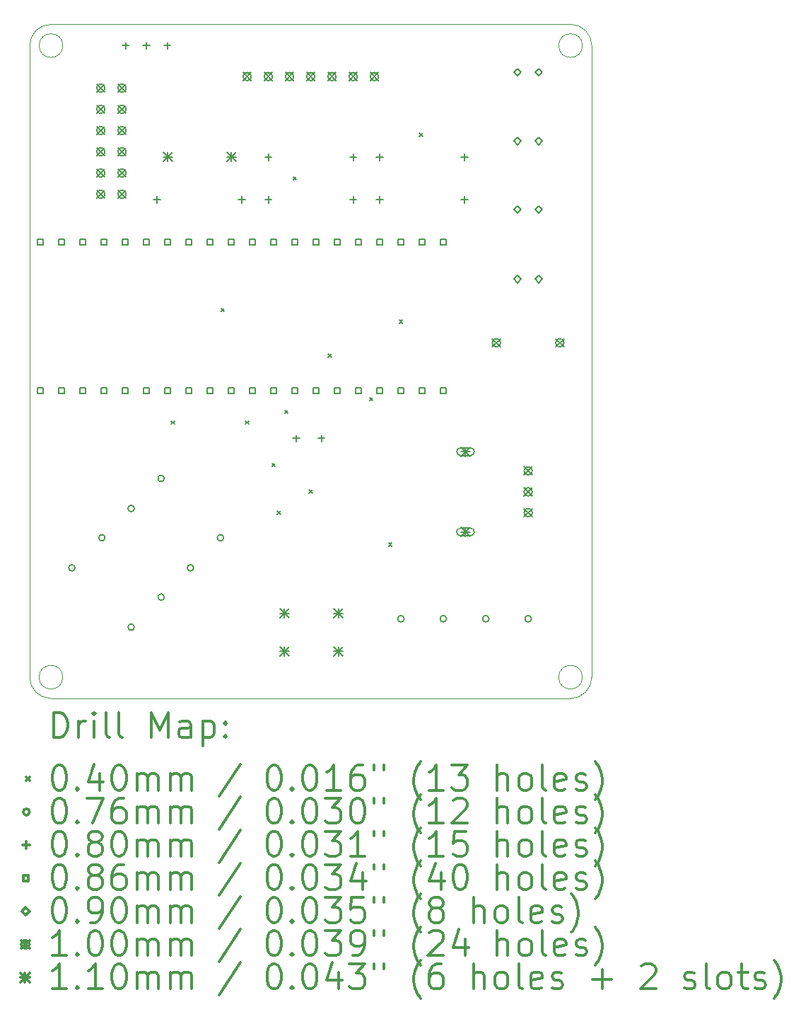
<source format=gbr>
%FSLAX45Y45*%
G04 Gerber Fmt 4.5, Leading zero omitted, Abs format (unit mm)*
G04 Created by KiCad (PCBNEW 5.1.9+dfsg1-1) date 2021-08-19 15:16:33*
%MOMM*%
%LPD*%
G01*
G04 APERTURE LIST*
%TA.AperFunction,Profile*%
%ADD10C,0.050000*%
%TD*%
%ADD11C,0.200000*%
%ADD12C,0.300000*%
G04 APERTURE END LIST*
D10*
X16334490Y-13589000D02*
G75*
G03*
X16334490Y-13589000I-141990J0D01*
G01*
X16334490Y-6032500D02*
G75*
G03*
X16334490Y-6032500I-141990J0D01*
G01*
X16192500Y-5778500D02*
G75*
G02*
X16446500Y-6032500I0J-254000D01*
G01*
X16446500Y-13589000D02*
G75*
G02*
X16192500Y-13843000I-254000J0D01*
G01*
X10111490Y-13589000D02*
G75*
G03*
X10111490Y-13589000I-141990J0D01*
G01*
X9969500Y-13843000D02*
G75*
G02*
X9715500Y-13589000I0J254000D01*
G01*
X10111490Y-6032500D02*
G75*
G03*
X10111490Y-6032500I-141990J0D01*
G01*
X9715500Y-6032500D02*
G75*
G02*
X9969500Y-5778500I254000J0D01*
G01*
X9715500Y-13589000D02*
X9715500Y-6032500D01*
X16192500Y-13843000D02*
X9969500Y-13843000D01*
X16446500Y-6032500D02*
X16446500Y-13589000D01*
X9969500Y-5778500D02*
X16192500Y-5778500D01*
D11*
X11410000Y-10521000D02*
X11450000Y-10561000D01*
X11450000Y-10521000D02*
X11410000Y-10561000D01*
X12006900Y-9174800D02*
X12046900Y-9214800D01*
X12046900Y-9174800D02*
X12006900Y-9214800D01*
X12299000Y-10521000D02*
X12339000Y-10561000D01*
X12339000Y-10521000D02*
X12299000Y-10561000D01*
X12616500Y-11029000D02*
X12656500Y-11069000D01*
X12656500Y-11029000D02*
X12616500Y-11069000D01*
X12680000Y-11600500D02*
X12720000Y-11640500D01*
X12720000Y-11600500D02*
X12680000Y-11640500D01*
X12768900Y-10394000D02*
X12808900Y-10434000D01*
X12808900Y-10394000D02*
X12768900Y-10434000D01*
X12870500Y-7600000D02*
X12910500Y-7640000D01*
X12910500Y-7600000D02*
X12870500Y-7640000D01*
X13061000Y-11346500D02*
X13101000Y-11386500D01*
X13101000Y-11346500D02*
X13061000Y-11386500D01*
X13289600Y-9720900D02*
X13329600Y-9760900D01*
X13329600Y-9720900D02*
X13289600Y-9760900D01*
X13783617Y-10242883D02*
X13823617Y-10282883D01*
X13823617Y-10242883D02*
X13783617Y-10282883D01*
X14013500Y-11981500D02*
X14053500Y-12021500D01*
X14053500Y-11981500D02*
X14013500Y-12021500D01*
X14140500Y-9314500D02*
X14180500Y-9354500D01*
X14180500Y-9314500D02*
X14140500Y-9354500D01*
X14381800Y-7079300D02*
X14421800Y-7119300D01*
X14421800Y-7079300D02*
X14381800Y-7119300D01*
X10257995Y-12280105D02*
G75*
G03*
X10257995Y-12280105I-38100J0D01*
G01*
X10617205Y-11920895D02*
G75*
G03*
X10617205Y-11920895I-38100J0D01*
G01*
X10967995Y-11570105D02*
G75*
G03*
X10967995Y-11570105I-38100J0D01*
G01*
X10967995Y-12990105D02*
G75*
G03*
X10967995Y-12990105I-38100J0D01*
G01*
X11327205Y-11210895D02*
G75*
G03*
X11327205Y-11210895I-38100J0D01*
G01*
X11327205Y-12630895D02*
G75*
G03*
X11327205Y-12630895I-38100J0D01*
G01*
X11677995Y-12280105D02*
G75*
G03*
X11677995Y-12280105I-38100J0D01*
G01*
X12037205Y-11920895D02*
G75*
G03*
X12037205Y-11920895I-38100J0D01*
G01*
X14198600Y-12890500D02*
G75*
G03*
X14198600Y-12890500I-38100J0D01*
G01*
X14706600Y-12890500D02*
G75*
G03*
X14706600Y-12890500I-38100J0D01*
G01*
X15214600Y-12890500D02*
G75*
G03*
X15214600Y-12890500I-38100J0D01*
G01*
X15722600Y-12890500D02*
G75*
G03*
X15722600Y-12890500I-38100J0D01*
G01*
X10862500Y-5992500D02*
X10862500Y-6072500D01*
X10822500Y-6032500D02*
X10902500Y-6032500D01*
X11112500Y-5992500D02*
X11112500Y-6072500D01*
X11072500Y-6032500D02*
X11152500Y-6032500D01*
X11239500Y-7834000D02*
X11239500Y-7914000D01*
X11199500Y-7874000D02*
X11279500Y-7874000D01*
X11362500Y-5992500D02*
X11362500Y-6072500D01*
X11322500Y-6032500D02*
X11402500Y-6032500D01*
X12255500Y-7834000D02*
X12255500Y-7914000D01*
X12215500Y-7874000D02*
X12295500Y-7874000D01*
X12573000Y-7326000D02*
X12573000Y-7406000D01*
X12533000Y-7366000D02*
X12613000Y-7366000D01*
X12573000Y-7834000D02*
X12573000Y-7914000D01*
X12533000Y-7874000D02*
X12613000Y-7874000D01*
X12908000Y-10691500D02*
X12908000Y-10771500D01*
X12868000Y-10731500D02*
X12948000Y-10731500D01*
X13208000Y-10691500D02*
X13208000Y-10771500D01*
X13168000Y-10731500D02*
X13248000Y-10731500D01*
X13589000Y-7326000D02*
X13589000Y-7406000D01*
X13549000Y-7366000D02*
X13629000Y-7366000D01*
X13589000Y-7834000D02*
X13589000Y-7914000D01*
X13549000Y-7874000D02*
X13629000Y-7874000D01*
X13906500Y-7326000D02*
X13906500Y-7406000D01*
X13866500Y-7366000D02*
X13946500Y-7366000D01*
X13906500Y-7834000D02*
X13906500Y-7914000D01*
X13866500Y-7874000D02*
X13946500Y-7874000D01*
X14922500Y-7326000D02*
X14922500Y-7406000D01*
X14882500Y-7366000D02*
X14962500Y-7366000D01*
X14922500Y-7834000D02*
X14922500Y-7914000D01*
X14882500Y-7874000D02*
X14962500Y-7874000D01*
X9872977Y-8412477D02*
X9872977Y-8351523D01*
X9812023Y-8351523D01*
X9812023Y-8412477D01*
X9872977Y-8412477D01*
X9872977Y-10190477D02*
X9872977Y-10129523D01*
X9812023Y-10129523D01*
X9812023Y-10190477D01*
X9872977Y-10190477D01*
X10126977Y-8412477D02*
X10126977Y-8351523D01*
X10066023Y-8351523D01*
X10066023Y-8412477D01*
X10126977Y-8412477D01*
X10126977Y-10190477D02*
X10126977Y-10129523D01*
X10066023Y-10129523D01*
X10066023Y-10190477D01*
X10126977Y-10190477D01*
X10380977Y-8412477D02*
X10380977Y-8351523D01*
X10320023Y-8351523D01*
X10320023Y-8412477D01*
X10380977Y-8412477D01*
X10380977Y-10190477D02*
X10380977Y-10129523D01*
X10320023Y-10129523D01*
X10320023Y-10190477D01*
X10380977Y-10190477D01*
X10634977Y-8412477D02*
X10634977Y-8351523D01*
X10574023Y-8351523D01*
X10574023Y-8412477D01*
X10634977Y-8412477D01*
X10634977Y-10190477D02*
X10634977Y-10129523D01*
X10574023Y-10129523D01*
X10574023Y-10190477D01*
X10634977Y-10190477D01*
X10888977Y-8412477D02*
X10888977Y-8351523D01*
X10828023Y-8351523D01*
X10828023Y-8412477D01*
X10888977Y-8412477D01*
X10888977Y-10190477D02*
X10888977Y-10129523D01*
X10828023Y-10129523D01*
X10828023Y-10190477D01*
X10888977Y-10190477D01*
X11142977Y-8412477D02*
X11142977Y-8351523D01*
X11082023Y-8351523D01*
X11082023Y-8412477D01*
X11142977Y-8412477D01*
X11142977Y-10190477D02*
X11142977Y-10129523D01*
X11082023Y-10129523D01*
X11082023Y-10190477D01*
X11142977Y-10190477D01*
X11396977Y-8412477D02*
X11396977Y-8351523D01*
X11336023Y-8351523D01*
X11336023Y-8412477D01*
X11396977Y-8412477D01*
X11396977Y-10190477D02*
X11396977Y-10129523D01*
X11336023Y-10129523D01*
X11336023Y-10190477D01*
X11396977Y-10190477D01*
X11650977Y-8412477D02*
X11650977Y-8351523D01*
X11590023Y-8351523D01*
X11590023Y-8412477D01*
X11650977Y-8412477D01*
X11650977Y-10190477D02*
X11650977Y-10129523D01*
X11590023Y-10129523D01*
X11590023Y-10190477D01*
X11650977Y-10190477D01*
X11904977Y-8412477D02*
X11904977Y-8351523D01*
X11844023Y-8351523D01*
X11844023Y-8412477D01*
X11904977Y-8412477D01*
X11904977Y-10190477D02*
X11904977Y-10129523D01*
X11844023Y-10129523D01*
X11844023Y-10190477D01*
X11904977Y-10190477D01*
X12158977Y-8412477D02*
X12158977Y-8351523D01*
X12098023Y-8351523D01*
X12098023Y-8412477D01*
X12158977Y-8412477D01*
X12158977Y-10190477D02*
X12158977Y-10129523D01*
X12098023Y-10129523D01*
X12098023Y-10190477D01*
X12158977Y-10190477D01*
X12412977Y-8412477D02*
X12412977Y-8351523D01*
X12352023Y-8351523D01*
X12352023Y-8412477D01*
X12412977Y-8412477D01*
X12412977Y-10190477D02*
X12412977Y-10129523D01*
X12352023Y-10129523D01*
X12352023Y-10190477D01*
X12412977Y-10190477D01*
X12666977Y-8412477D02*
X12666977Y-8351523D01*
X12606023Y-8351523D01*
X12606023Y-8412477D01*
X12666977Y-8412477D01*
X12666977Y-10190477D02*
X12666977Y-10129523D01*
X12606023Y-10129523D01*
X12606023Y-10190477D01*
X12666977Y-10190477D01*
X12920977Y-8412477D02*
X12920977Y-8351523D01*
X12860023Y-8351523D01*
X12860023Y-8412477D01*
X12920977Y-8412477D01*
X12920977Y-10190477D02*
X12920977Y-10129523D01*
X12860023Y-10129523D01*
X12860023Y-10190477D01*
X12920977Y-10190477D01*
X13174977Y-8412477D02*
X13174977Y-8351523D01*
X13114023Y-8351523D01*
X13114023Y-8412477D01*
X13174977Y-8412477D01*
X13174977Y-10190477D02*
X13174977Y-10129523D01*
X13114023Y-10129523D01*
X13114023Y-10190477D01*
X13174977Y-10190477D01*
X13428977Y-8412477D02*
X13428977Y-8351523D01*
X13368023Y-8351523D01*
X13368023Y-8412477D01*
X13428977Y-8412477D01*
X13428977Y-10190477D02*
X13428977Y-10129523D01*
X13368023Y-10129523D01*
X13368023Y-10190477D01*
X13428977Y-10190477D01*
X13682977Y-8412477D02*
X13682977Y-8351523D01*
X13622023Y-8351523D01*
X13622023Y-8412477D01*
X13682977Y-8412477D01*
X13682977Y-10190477D02*
X13682977Y-10129523D01*
X13622023Y-10129523D01*
X13622023Y-10190477D01*
X13682977Y-10190477D01*
X13936977Y-8412477D02*
X13936977Y-8351523D01*
X13876023Y-8351523D01*
X13876023Y-8412477D01*
X13936977Y-8412477D01*
X13936977Y-10190477D02*
X13936977Y-10129523D01*
X13876023Y-10129523D01*
X13876023Y-10190477D01*
X13936977Y-10190477D01*
X14190977Y-8412477D02*
X14190977Y-8351523D01*
X14130023Y-8351523D01*
X14130023Y-8412477D01*
X14190977Y-8412477D01*
X14190977Y-10190477D02*
X14190977Y-10129523D01*
X14130023Y-10129523D01*
X14130023Y-10190477D01*
X14190977Y-10190477D01*
X14444977Y-8412477D02*
X14444977Y-8351523D01*
X14384023Y-8351523D01*
X14384023Y-8412477D01*
X14444977Y-8412477D01*
X14444977Y-10190477D02*
X14444977Y-10129523D01*
X14384023Y-10129523D01*
X14384023Y-10190477D01*
X14444977Y-10190477D01*
X14698977Y-8412477D02*
X14698977Y-8351523D01*
X14638023Y-8351523D01*
X14638023Y-8412477D01*
X14698977Y-8412477D01*
X14698977Y-10190477D02*
X14698977Y-10129523D01*
X14638023Y-10129523D01*
X14638023Y-10190477D01*
X14698977Y-10190477D01*
X15557500Y-6395000D02*
X15602500Y-6350000D01*
X15557500Y-6305000D01*
X15512500Y-6350000D01*
X15557500Y-6395000D01*
X15557500Y-7220500D02*
X15602500Y-7175500D01*
X15557500Y-7130500D01*
X15512500Y-7175500D01*
X15557500Y-7220500D01*
X15557500Y-8038000D02*
X15602500Y-7993000D01*
X15557500Y-7948000D01*
X15512500Y-7993000D01*
X15557500Y-8038000D01*
X15557500Y-8871500D02*
X15602500Y-8826500D01*
X15557500Y-8781500D01*
X15512500Y-8826500D01*
X15557500Y-8871500D01*
X15811500Y-6395000D02*
X15856500Y-6350000D01*
X15811500Y-6305000D01*
X15766500Y-6350000D01*
X15811500Y-6395000D01*
X15811500Y-7220500D02*
X15856500Y-7175500D01*
X15811500Y-7130500D01*
X15766500Y-7175500D01*
X15811500Y-7220500D01*
X15811500Y-8038000D02*
X15856500Y-7993000D01*
X15811500Y-7948000D01*
X15766500Y-7993000D01*
X15811500Y-8038000D01*
X15811500Y-8871500D02*
X15856500Y-8826500D01*
X15811500Y-8781500D01*
X15766500Y-8826500D01*
X15811500Y-8871500D01*
X10516400Y-6490500D02*
X10616400Y-6590500D01*
X10616400Y-6490500D02*
X10516400Y-6590500D01*
X10616400Y-6540500D02*
G75*
G03*
X10616400Y-6540500I-50000J0D01*
G01*
X10516400Y-6744500D02*
X10616400Y-6844500D01*
X10616400Y-6744500D02*
X10516400Y-6844500D01*
X10616400Y-6794500D02*
G75*
G03*
X10616400Y-6794500I-50000J0D01*
G01*
X10516400Y-6998500D02*
X10616400Y-7098500D01*
X10616400Y-6998500D02*
X10516400Y-7098500D01*
X10616400Y-7048500D02*
G75*
G03*
X10616400Y-7048500I-50000J0D01*
G01*
X10516400Y-7252500D02*
X10616400Y-7352500D01*
X10616400Y-7252500D02*
X10516400Y-7352500D01*
X10616400Y-7302500D02*
G75*
G03*
X10616400Y-7302500I-50000J0D01*
G01*
X10516400Y-7506500D02*
X10616400Y-7606500D01*
X10616400Y-7506500D02*
X10516400Y-7606500D01*
X10616400Y-7556500D02*
G75*
G03*
X10616400Y-7556500I-50000J0D01*
G01*
X10516400Y-7760500D02*
X10616400Y-7860500D01*
X10616400Y-7760500D02*
X10516400Y-7860500D01*
X10616400Y-7810500D02*
G75*
G03*
X10616400Y-7810500I-50000J0D01*
G01*
X10770400Y-6490500D02*
X10870400Y-6590500D01*
X10870400Y-6490500D02*
X10770400Y-6590500D01*
X10870400Y-6540500D02*
G75*
G03*
X10870400Y-6540500I-50000J0D01*
G01*
X10770400Y-6744500D02*
X10870400Y-6844500D01*
X10870400Y-6744500D02*
X10770400Y-6844500D01*
X10870400Y-6794500D02*
G75*
G03*
X10870400Y-6794500I-50000J0D01*
G01*
X10770400Y-6998500D02*
X10870400Y-7098500D01*
X10870400Y-6998500D02*
X10770400Y-7098500D01*
X10870400Y-7048500D02*
G75*
G03*
X10870400Y-7048500I-50000J0D01*
G01*
X10770400Y-7252500D02*
X10870400Y-7352500D01*
X10870400Y-7252500D02*
X10770400Y-7352500D01*
X10870400Y-7302500D02*
G75*
G03*
X10870400Y-7302500I-50000J0D01*
G01*
X10770400Y-7506500D02*
X10870400Y-7606500D01*
X10870400Y-7506500D02*
X10770400Y-7606500D01*
X10870400Y-7556500D02*
G75*
G03*
X10870400Y-7556500I-50000J0D01*
G01*
X10770400Y-7760500D02*
X10870400Y-7860500D01*
X10870400Y-7760500D02*
X10770400Y-7860500D01*
X10870400Y-7810500D02*
G75*
G03*
X10870400Y-7810500I-50000J0D01*
G01*
X12269250Y-6352600D02*
X12369250Y-6452600D01*
X12369250Y-6352600D02*
X12269250Y-6452600D01*
X12369250Y-6402600D02*
G75*
G03*
X12369250Y-6402600I-50000J0D01*
G01*
X12523250Y-6352600D02*
X12623250Y-6452600D01*
X12623250Y-6352600D02*
X12523250Y-6452600D01*
X12623250Y-6402600D02*
G75*
G03*
X12623250Y-6402600I-50000J0D01*
G01*
X12777250Y-6352600D02*
X12877250Y-6452600D01*
X12877250Y-6352600D02*
X12777250Y-6452600D01*
X12877250Y-6402600D02*
G75*
G03*
X12877250Y-6402600I-50000J0D01*
G01*
X13031000Y-6352600D02*
X13131000Y-6452600D01*
X13131000Y-6352600D02*
X13031000Y-6452600D01*
X13131000Y-6402600D02*
G75*
G03*
X13131000Y-6402600I-50000J0D01*
G01*
X13285250Y-6352600D02*
X13385250Y-6452600D01*
X13385250Y-6352600D02*
X13285250Y-6452600D01*
X13385250Y-6402600D02*
G75*
G03*
X13385250Y-6402600I-50000J0D01*
G01*
X13539250Y-6352600D02*
X13639250Y-6452600D01*
X13639250Y-6352600D02*
X13539250Y-6452600D01*
X13639250Y-6402600D02*
G75*
G03*
X13639250Y-6402600I-50000J0D01*
G01*
X13793250Y-6352600D02*
X13893250Y-6452600D01*
X13893250Y-6352600D02*
X13793250Y-6452600D01*
X13893250Y-6402600D02*
G75*
G03*
X13893250Y-6402600I-50000J0D01*
G01*
X15253500Y-9538500D02*
X15353500Y-9638500D01*
X15353500Y-9538500D02*
X15253500Y-9638500D01*
X15353500Y-9588500D02*
G75*
G03*
X15353500Y-9588500I-50000J0D01*
G01*
X15634500Y-11070500D02*
X15734500Y-11170500D01*
X15734500Y-11070500D02*
X15634500Y-11170500D01*
X15734500Y-11120500D02*
G75*
G03*
X15734500Y-11120500I-50000J0D01*
G01*
X15634500Y-11320500D02*
X15734500Y-11420500D01*
X15734500Y-11320500D02*
X15634500Y-11420500D01*
X15734500Y-11370500D02*
G75*
G03*
X15734500Y-11370500I-50000J0D01*
G01*
X15634500Y-11570500D02*
X15734500Y-11670500D01*
X15734500Y-11570500D02*
X15634500Y-11670500D01*
X15734500Y-11620500D02*
G75*
G03*
X15734500Y-11620500I-50000J0D01*
G01*
X16013500Y-9538500D02*
X16113500Y-9638500D01*
X16113500Y-9538500D02*
X16013500Y-9638500D01*
X16113500Y-9588500D02*
G75*
G03*
X16113500Y-9588500I-50000J0D01*
G01*
X11311500Y-7311000D02*
X11421500Y-7421000D01*
X11421500Y-7311000D02*
X11311500Y-7421000D01*
X11366500Y-7311000D02*
X11366500Y-7421000D01*
X11311500Y-7366000D02*
X11421500Y-7366000D01*
X12073500Y-7311000D02*
X12183500Y-7421000D01*
X12183500Y-7311000D02*
X12073500Y-7421000D01*
X12128500Y-7311000D02*
X12128500Y-7421000D01*
X12073500Y-7366000D02*
X12183500Y-7366000D01*
X12708500Y-12772000D02*
X12818500Y-12882000D01*
X12818500Y-12772000D02*
X12708500Y-12882000D01*
X12763500Y-12772000D02*
X12763500Y-12882000D01*
X12708500Y-12827000D02*
X12818500Y-12827000D01*
X12708500Y-13222000D02*
X12818500Y-13332000D01*
X12818500Y-13222000D02*
X12708500Y-13332000D01*
X12763500Y-13222000D02*
X12763500Y-13332000D01*
X12708500Y-13277000D02*
X12818500Y-13277000D01*
X13358500Y-12772000D02*
X13468500Y-12882000D01*
X13468500Y-12772000D02*
X13358500Y-12882000D01*
X13413500Y-12772000D02*
X13413500Y-12882000D01*
X13358500Y-12827000D02*
X13468500Y-12827000D01*
X13358500Y-13222000D02*
X13468500Y-13332000D01*
X13468500Y-13222000D02*
X13358500Y-13332000D01*
X13413500Y-13222000D02*
X13413500Y-13332000D01*
X13358500Y-13277000D02*
X13468500Y-13277000D01*
X14879500Y-10835500D02*
X14989500Y-10945500D01*
X14989500Y-10835500D02*
X14879500Y-10945500D01*
X14934500Y-10835500D02*
X14934500Y-10945500D01*
X14879500Y-10890500D02*
X14989500Y-10890500D01*
X14994500Y-10845500D02*
X14874500Y-10845500D01*
X14994500Y-10935500D02*
X14874500Y-10935500D01*
X14874500Y-10845500D02*
G75*
G03*
X14874500Y-10935500I0J-45000D01*
G01*
X14994500Y-10935500D02*
G75*
G03*
X14994500Y-10845500I0J45000D01*
G01*
X14879500Y-11795500D02*
X14989500Y-11905500D01*
X14989500Y-11795500D02*
X14879500Y-11905500D01*
X14934500Y-11795500D02*
X14934500Y-11905500D01*
X14879500Y-11850500D02*
X14989500Y-11850500D01*
X14994500Y-11805500D02*
X14874500Y-11805500D01*
X14994500Y-11895500D02*
X14874500Y-11895500D01*
X14874500Y-11805500D02*
G75*
G03*
X14874500Y-11895500I0J-45000D01*
G01*
X14994500Y-11895500D02*
G75*
G03*
X14994500Y-11805500I0J45000D01*
G01*
D12*
X9999428Y-14311214D02*
X9999428Y-14011214D01*
X10070857Y-14011214D01*
X10113714Y-14025500D01*
X10142286Y-14054071D01*
X10156571Y-14082643D01*
X10170857Y-14139786D01*
X10170857Y-14182643D01*
X10156571Y-14239786D01*
X10142286Y-14268357D01*
X10113714Y-14296929D01*
X10070857Y-14311214D01*
X9999428Y-14311214D01*
X10299428Y-14311214D02*
X10299428Y-14111214D01*
X10299428Y-14168357D02*
X10313714Y-14139786D01*
X10328000Y-14125500D01*
X10356571Y-14111214D01*
X10385143Y-14111214D01*
X10485143Y-14311214D02*
X10485143Y-14111214D01*
X10485143Y-14011214D02*
X10470857Y-14025500D01*
X10485143Y-14039786D01*
X10499428Y-14025500D01*
X10485143Y-14011214D01*
X10485143Y-14039786D01*
X10670857Y-14311214D02*
X10642286Y-14296929D01*
X10628000Y-14268357D01*
X10628000Y-14011214D01*
X10828000Y-14311214D02*
X10799428Y-14296929D01*
X10785143Y-14268357D01*
X10785143Y-14011214D01*
X11170857Y-14311214D02*
X11170857Y-14011214D01*
X11270857Y-14225500D01*
X11370857Y-14011214D01*
X11370857Y-14311214D01*
X11642286Y-14311214D02*
X11642286Y-14154071D01*
X11628000Y-14125500D01*
X11599428Y-14111214D01*
X11542286Y-14111214D01*
X11513714Y-14125500D01*
X11642286Y-14296929D02*
X11613714Y-14311214D01*
X11542286Y-14311214D01*
X11513714Y-14296929D01*
X11499428Y-14268357D01*
X11499428Y-14239786D01*
X11513714Y-14211214D01*
X11542286Y-14196929D01*
X11613714Y-14196929D01*
X11642286Y-14182643D01*
X11785143Y-14111214D02*
X11785143Y-14411214D01*
X11785143Y-14125500D02*
X11813714Y-14111214D01*
X11870857Y-14111214D01*
X11899428Y-14125500D01*
X11913714Y-14139786D01*
X11928000Y-14168357D01*
X11928000Y-14254071D01*
X11913714Y-14282643D01*
X11899428Y-14296929D01*
X11870857Y-14311214D01*
X11813714Y-14311214D01*
X11785143Y-14296929D01*
X12056571Y-14282643D02*
X12070857Y-14296929D01*
X12056571Y-14311214D01*
X12042286Y-14296929D01*
X12056571Y-14282643D01*
X12056571Y-14311214D01*
X12056571Y-14125500D02*
X12070857Y-14139786D01*
X12056571Y-14154071D01*
X12042286Y-14139786D01*
X12056571Y-14125500D01*
X12056571Y-14154071D01*
X9673000Y-14785500D02*
X9713000Y-14825500D01*
X9713000Y-14785500D02*
X9673000Y-14825500D01*
X10056571Y-14641214D02*
X10085143Y-14641214D01*
X10113714Y-14655500D01*
X10128000Y-14669786D01*
X10142286Y-14698357D01*
X10156571Y-14755500D01*
X10156571Y-14826929D01*
X10142286Y-14884071D01*
X10128000Y-14912643D01*
X10113714Y-14926929D01*
X10085143Y-14941214D01*
X10056571Y-14941214D01*
X10028000Y-14926929D01*
X10013714Y-14912643D01*
X9999428Y-14884071D01*
X9985143Y-14826929D01*
X9985143Y-14755500D01*
X9999428Y-14698357D01*
X10013714Y-14669786D01*
X10028000Y-14655500D01*
X10056571Y-14641214D01*
X10285143Y-14912643D02*
X10299428Y-14926929D01*
X10285143Y-14941214D01*
X10270857Y-14926929D01*
X10285143Y-14912643D01*
X10285143Y-14941214D01*
X10556571Y-14741214D02*
X10556571Y-14941214D01*
X10485143Y-14626929D02*
X10413714Y-14841214D01*
X10599428Y-14841214D01*
X10770857Y-14641214D02*
X10799428Y-14641214D01*
X10828000Y-14655500D01*
X10842286Y-14669786D01*
X10856571Y-14698357D01*
X10870857Y-14755500D01*
X10870857Y-14826929D01*
X10856571Y-14884071D01*
X10842286Y-14912643D01*
X10828000Y-14926929D01*
X10799428Y-14941214D01*
X10770857Y-14941214D01*
X10742286Y-14926929D01*
X10728000Y-14912643D01*
X10713714Y-14884071D01*
X10699428Y-14826929D01*
X10699428Y-14755500D01*
X10713714Y-14698357D01*
X10728000Y-14669786D01*
X10742286Y-14655500D01*
X10770857Y-14641214D01*
X10999428Y-14941214D02*
X10999428Y-14741214D01*
X10999428Y-14769786D02*
X11013714Y-14755500D01*
X11042286Y-14741214D01*
X11085143Y-14741214D01*
X11113714Y-14755500D01*
X11128000Y-14784071D01*
X11128000Y-14941214D01*
X11128000Y-14784071D02*
X11142286Y-14755500D01*
X11170857Y-14741214D01*
X11213714Y-14741214D01*
X11242286Y-14755500D01*
X11256571Y-14784071D01*
X11256571Y-14941214D01*
X11399428Y-14941214D02*
X11399428Y-14741214D01*
X11399428Y-14769786D02*
X11413714Y-14755500D01*
X11442286Y-14741214D01*
X11485143Y-14741214D01*
X11513714Y-14755500D01*
X11528000Y-14784071D01*
X11528000Y-14941214D01*
X11528000Y-14784071D02*
X11542286Y-14755500D01*
X11570857Y-14741214D01*
X11613714Y-14741214D01*
X11642286Y-14755500D01*
X11656571Y-14784071D01*
X11656571Y-14941214D01*
X12242286Y-14626929D02*
X11985143Y-15012643D01*
X12628000Y-14641214D02*
X12656571Y-14641214D01*
X12685143Y-14655500D01*
X12699428Y-14669786D01*
X12713714Y-14698357D01*
X12728000Y-14755500D01*
X12728000Y-14826929D01*
X12713714Y-14884071D01*
X12699428Y-14912643D01*
X12685143Y-14926929D01*
X12656571Y-14941214D01*
X12628000Y-14941214D01*
X12599428Y-14926929D01*
X12585143Y-14912643D01*
X12570857Y-14884071D01*
X12556571Y-14826929D01*
X12556571Y-14755500D01*
X12570857Y-14698357D01*
X12585143Y-14669786D01*
X12599428Y-14655500D01*
X12628000Y-14641214D01*
X12856571Y-14912643D02*
X12870857Y-14926929D01*
X12856571Y-14941214D01*
X12842286Y-14926929D01*
X12856571Y-14912643D01*
X12856571Y-14941214D01*
X13056571Y-14641214D02*
X13085143Y-14641214D01*
X13113714Y-14655500D01*
X13128000Y-14669786D01*
X13142286Y-14698357D01*
X13156571Y-14755500D01*
X13156571Y-14826929D01*
X13142286Y-14884071D01*
X13128000Y-14912643D01*
X13113714Y-14926929D01*
X13085143Y-14941214D01*
X13056571Y-14941214D01*
X13028000Y-14926929D01*
X13013714Y-14912643D01*
X12999428Y-14884071D01*
X12985143Y-14826929D01*
X12985143Y-14755500D01*
X12999428Y-14698357D01*
X13013714Y-14669786D01*
X13028000Y-14655500D01*
X13056571Y-14641214D01*
X13442286Y-14941214D02*
X13270857Y-14941214D01*
X13356571Y-14941214D02*
X13356571Y-14641214D01*
X13328000Y-14684071D01*
X13299428Y-14712643D01*
X13270857Y-14726929D01*
X13699428Y-14641214D02*
X13642286Y-14641214D01*
X13613714Y-14655500D01*
X13599428Y-14669786D01*
X13570857Y-14712643D01*
X13556571Y-14769786D01*
X13556571Y-14884071D01*
X13570857Y-14912643D01*
X13585143Y-14926929D01*
X13613714Y-14941214D01*
X13670857Y-14941214D01*
X13699428Y-14926929D01*
X13713714Y-14912643D01*
X13728000Y-14884071D01*
X13728000Y-14812643D01*
X13713714Y-14784071D01*
X13699428Y-14769786D01*
X13670857Y-14755500D01*
X13613714Y-14755500D01*
X13585143Y-14769786D01*
X13570857Y-14784071D01*
X13556571Y-14812643D01*
X13842286Y-14641214D02*
X13842286Y-14698357D01*
X13956571Y-14641214D02*
X13956571Y-14698357D01*
X14399428Y-15055500D02*
X14385143Y-15041214D01*
X14356571Y-14998357D01*
X14342286Y-14969786D01*
X14328000Y-14926929D01*
X14313714Y-14855500D01*
X14313714Y-14798357D01*
X14328000Y-14726929D01*
X14342286Y-14684071D01*
X14356571Y-14655500D01*
X14385143Y-14612643D01*
X14399428Y-14598357D01*
X14670857Y-14941214D02*
X14499428Y-14941214D01*
X14585143Y-14941214D02*
X14585143Y-14641214D01*
X14556571Y-14684071D01*
X14528000Y-14712643D01*
X14499428Y-14726929D01*
X14770857Y-14641214D02*
X14956571Y-14641214D01*
X14856571Y-14755500D01*
X14899428Y-14755500D01*
X14928000Y-14769786D01*
X14942286Y-14784071D01*
X14956571Y-14812643D01*
X14956571Y-14884071D01*
X14942286Y-14912643D01*
X14928000Y-14926929D01*
X14899428Y-14941214D01*
X14813714Y-14941214D01*
X14785143Y-14926929D01*
X14770857Y-14912643D01*
X15313714Y-14941214D02*
X15313714Y-14641214D01*
X15442286Y-14941214D02*
X15442286Y-14784071D01*
X15428000Y-14755500D01*
X15399428Y-14741214D01*
X15356571Y-14741214D01*
X15328000Y-14755500D01*
X15313714Y-14769786D01*
X15628000Y-14941214D02*
X15599428Y-14926929D01*
X15585143Y-14912643D01*
X15570857Y-14884071D01*
X15570857Y-14798357D01*
X15585143Y-14769786D01*
X15599428Y-14755500D01*
X15628000Y-14741214D01*
X15670857Y-14741214D01*
X15699428Y-14755500D01*
X15713714Y-14769786D01*
X15728000Y-14798357D01*
X15728000Y-14884071D01*
X15713714Y-14912643D01*
X15699428Y-14926929D01*
X15670857Y-14941214D01*
X15628000Y-14941214D01*
X15899428Y-14941214D02*
X15870857Y-14926929D01*
X15856571Y-14898357D01*
X15856571Y-14641214D01*
X16128000Y-14926929D02*
X16099428Y-14941214D01*
X16042286Y-14941214D01*
X16013714Y-14926929D01*
X15999428Y-14898357D01*
X15999428Y-14784071D01*
X16013714Y-14755500D01*
X16042286Y-14741214D01*
X16099428Y-14741214D01*
X16128000Y-14755500D01*
X16142286Y-14784071D01*
X16142286Y-14812643D01*
X15999428Y-14841214D01*
X16256571Y-14926929D02*
X16285143Y-14941214D01*
X16342286Y-14941214D01*
X16370857Y-14926929D01*
X16385143Y-14898357D01*
X16385143Y-14884071D01*
X16370857Y-14855500D01*
X16342286Y-14841214D01*
X16299428Y-14841214D01*
X16270857Y-14826929D01*
X16256571Y-14798357D01*
X16256571Y-14784071D01*
X16270857Y-14755500D01*
X16299428Y-14741214D01*
X16342286Y-14741214D01*
X16370857Y-14755500D01*
X16485143Y-15055500D02*
X16499428Y-15041214D01*
X16528000Y-14998357D01*
X16542286Y-14969786D01*
X16556571Y-14926929D01*
X16570857Y-14855500D01*
X16570857Y-14798357D01*
X16556571Y-14726929D01*
X16542286Y-14684071D01*
X16528000Y-14655500D01*
X16499428Y-14612643D01*
X16485143Y-14598357D01*
X9713000Y-15201500D02*
G75*
G03*
X9713000Y-15201500I-38100J0D01*
G01*
X10056571Y-15037214D02*
X10085143Y-15037214D01*
X10113714Y-15051500D01*
X10128000Y-15065786D01*
X10142286Y-15094357D01*
X10156571Y-15151500D01*
X10156571Y-15222929D01*
X10142286Y-15280071D01*
X10128000Y-15308643D01*
X10113714Y-15322929D01*
X10085143Y-15337214D01*
X10056571Y-15337214D01*
X10028000Y-15322929D01*
X10013714Y-15308643D01*
X9999428Y-15280071D01*
X9985143Y-15222929D01*
X9985143Y-15151500D01*
X9999428Y-15094357D01*
X10013714Y-15065786D01*
X10028000Y-15051500D01*
X10056571Y-15037214D01*
X10285143Y-15308643D02*
X10299428Y-15322929D01*
X10285143Y-15337214D01*
X10270857Y-15322929D01*
X10285143Y-15308643D01*
X10285143Y-15337214D01*
X10399428Y-15037214D02*
X10599428Y-15037214D01*
X10470857Y-15337214D01*
X10842286Y-15037214D02*
X10785143Y-15037214D01*
X10756571Y-15051500D01*
X10742286Y-15065786D01*
X10713714Y-15108643D01*
X10699428Y-15165786D01*
X10699428Y-15280071D01*
X10713714Y-15308643D01*
X10728000Y-15322929D01*
X10756571Y-15337214D01*
X10813714Y-15337214D01*
X10842286Y-15322929D01*
X10856571Y-15308643D01*
X10870857Y-15280071D01*
X10870857Y-15208643D01*
X10856571Y-15180071D01*
X10842286Y-15165786D01*
X10813714Y-15151500D01*
X10756571Y-15151500D01*
X10728000Y-15165786D01*
X10713714Y-15180071D01*
X10699428Y-15208643D01*
X10999428Y-15337214D02*
X10999428Y-15137214D01*
X10999428Y-15165786D02*
X11013714Y-15151500D01*
X11042286Y-15137214D01*
X11085143Y-15137214D01*
X11113714Y-15151500D01*
X11128000Y-15180071D01*
X11128000Y-15337214D01*
X11128000Y-15180071D02*
X11142286Y-15151500D01*
X11170857Y-15137214D01*
X11213714Y-15137214D01*
X11242286Y-15151500D01*
X11256571Y-15180071D01*
X11256571Y-15337214D01*
X11399428Y-15337214D02*
X11399428Y-15137214D01*
X11399428Y-15165786D02*
X11413714Y-15151500D01*
X11442286Y-15137214D01*
X11485143Y-15137214D01*
X11513714Y-15151500D01*
X11528000Y-15180071D01*
X11528000Y-15337214D01*
X11528000Y-15180071D02*
X11542286Y-15151500D01*
X11570857Y-15137214D01*
X11613714Y-15137214D01*
X11642286Y-15151500D01*
X11656571Y-15180071D01*
X11656571Y-15337214D01*
X12242286Y-15022929D02*
X11985143Y-15408643D01*
X12628000Y-15037214D02*
X12656571Y-15037214D01*
X12685143Y-15051500D01*
X12699428Y-15065786D01*
X12713714Y-15094357D01*
X12728000Y-15151500D01*
X12728000Y-15222929D01*
X12713714Y-15280071D01*
X12699428Y-15308643D01*
X12685143Y-15322929D01*
X12656571Y-15337214D01*
X12628000Y-15337214D01*
X12599428Y-15322929D01*
X12585143Y-15308643D01*
X12570857Y-15280071D01*
X12556571Y-15222929D01*
X12556571Y-15151500D01*
X12570857Y-15094357D01*
X12585143Y-15065786D01*
X12599428Y-15051500D01*
X12628000Y-15037214D01*
X12856571Y-15308643D02*
X12870857Y-15322929D01*
X12856571Y-15337214D01*
X12842286Y-15322929D01*
X12856571Y-15308643D01*
X12856571Y-15337214D01*
X13056571Y-15037214D02*
X13085143Y-15037214D01*
X13113714Y-15051500D01*
X13128000Y-15065786D01*
X13142286Y-15094357D01*
X13156571Y-15151500D01*
X13156571Y-15222929D01*
X13142286Y-15280071D01*
X13128000Y-15308643D01*
X13113714Y-15322929D01*
X13085143Y-15337214D01*
X13056571Y-15337214D01*
X13028000Y-15322929D01*
X13013714Y-15308643D01*
X12999428Y-15280071D01*
X12985143Y-15222929D01*
X12985143Y-15151500D01*
X12999428Y-15094357D01*
X13013714Y-15065786D01*
X13028000Y-15051500D01*
X13056571Y-15037214D01*
X13256571Y-15037214D02*
X13442286Y-15037214D01*
X13342286Y-15151500D01*
X13385143Y-15151500D01*
X13413714Y-15165786D01*
X13428000Y-15180071D01*
X13442286Y-15208643D01*
X13442286Y-15280071D01*
X13428000Y-15308643D01*
X13413714Y-15322929D01*
X13385143Y-15337214D01*
X13299428Y-15337214D01*
X13270857Y-15322929D01*
X13256571Y-15308643D01*
X13628000Y-15037214D02*
X13656571Y-15037214D01*
X13685143Y-15051500D01*
X13699428Y-15065786D01*
X13713714Y-15094357D01*
X13728000Y-15151500D01*
X13728000Y-15222929D01*
X13713714Y-15280071D01*
X13699428Y-15308643D01*
X13685143Y-15322929D01*
X13656571Y-15337214D01*
X13628000Y-15337214D01*
X13599428Y-15322929D01*
X13585143Y-15308643D01*
X13570857Y-15280071D01*
X13556571Y-15222929D01*
X13556571Y-15151500D01*
X13570857Y-15094357D01*
X13585143Y-15065786D01*
X13599428Y-15051500D01*
X13628000Y-15037214D01*
X13842286Y-15037214D02*
X13842286Y-15094357D01*
X13956571Y-15037214D02*
X13956571Y-15094357D01*
X14399428Y-15451500D02*
X14385143Y-15437214D01*
X14356571Y-15394357D01*
X14342286Y-15365786D01*
X14328000Y-15322929D01*
X14313714Y-15251500D01*
X14313714Y-15194357D01*
X14328000Y-15122929D01*
X14342286Y-15080071D01*
X14356571Y-15051500D01*
X14385143Y-15008643D01*
X14399428Y-14994357D01*
X14670857Y-15337214D02*
X14499428Y-15337214D01*
X14585143Y-15337214D02*
X14585143Y-15037214D01*
X14556571Y-15080071D01*
X14528000Y-15108643D01*
X14499428Y-15122929D01*
X14785143Y-15065786D02*
X14799428Y-15051500D01*
X14828000Y-15037214D01*
X14899428Y-15037214D01*
X14928000Y-15051500D01*
X14942286Y-15065786D01*
X14956571Y-15094357D01*
X14956571Y-15122929D01*
X14942286Y-15165786D01*
X14770857Y-15337214D01*
X14956571Y-15337214D01*
X15313714Y-15337214D02*
X15313714Y-15037214D01*
X15442286Y-15337214D02*
X15442286Y-15180071D01*
X15428000Y-15151500D01*
X15399428Y-15137214D01*
X15356571Y-15137214D01*
X15328000Y-15151500D01*
X15313714Y-15165786D01*
X15628000Y-15337214D02*
X15599428Y-15322929D01*
X15585143Y-15308643D01*
X15570857Y-15280071D01*
X15570857Y-15194357D01*
X15585143Y-15165786D01*
X15599428Y-15151500D01*
X15628000Y-15137214D01*
X15670857Y-15137214D01*
X15699428Y-15151500D01*
X15713714Y-15165786D01*
X15728000Y-15194357D01*
X15728000Y-15280071D01*
X15713714Y-15308643D01*
X15699428Y-15322929D01*
X15670857Y-15337214D01*
X15628000Y-15337214D01*
X15899428Y-15337214D02*
X15870857Y-15322929D01*
X15856571Y-15294357D01*
X15856571Y-15037214D01*
X16128000Y-15322929D02*
X16099428Y-15337214D01*
X16042286Y-15337214D01*
X16013714Y-15322929D01*
X15999428Y-15294357D01*
X15999428Y-15180071D01*
X16013714Y-15151500D01*
X16042286Y-15137214D01*
X16099428Y-15137214D01*
X16128000Y-15151500D01*
X16142286Y-15180071D01*
X16142286Y-15208643D01*
X15999428Y-15237214D01*
X16256571Y-15322929D02*
X16285143Y-15337214D01*
X16342286Y-15337214D01*
X16370857Y-15322929D01*
X16385143Y-15294357D01*
X16385143Y-15280071D01*
X16370857Y-15251500D01*
X16342286Y-15237214D01*
X16299428Y-15237214D01*
X16270857Y-15222929D01*
X16256571Y-15194357D01*
X16256571Y-15180071D01*
X16270857Y-15151500D01*
X16299428Y-15137214D01*
X16342286Y-15137214D01*
X16370857Y-15151500D01*
X16485143Y-15451500D02*
X16499428Y-15437214D01*
X16528000Y-15394357D01*
X16542286Y-15365786D01*
X16556571Y-15322929D01*
X16570857Y-15251500D01*
X16570857Y-15194357D01*
X16556571Y-15122929D01*
X16542286Y-15080071D01*
X16528000Y-15051500D01*
X16499428Y-15008643D01*
X16485143Y-14994357D01*
X9673000Y-15557500D02*
X9673000Y-15637500D01*
X9633000Y-15597500D02*
X9713000Y-15597500D01*
X10056571Y-15433214D02*
X10085143Y-15433214D01*
X10113714Y-15447500D01*
X10128000Y-15461786D01*
X10142286Y-15490357D01*
X10156571Y-15547500D01*
X10156571Y-15618929D01*
X10142286Y-15676071D01*
X10128000Y-15704643D01*
X10113714Y-15718929D01*
X10085143Y-15733214D01*
X10056571Y-15733214D01*
X10028000Y-15718929D01*
X10013714Y-15704643D01*
X9999428Y-15676071D01*
X9985143Y-15618929D01*
X9985143Y-15547500D01*
X9999428Y-15490357D01*
X10013714Y-15461786D01*
X10028000Y-15447500D01*
X10056571Y-15433214D01*
X10285143Y-15704643D02*
X10299428Y-15718929D01*
X10285143Y-15733214D01*
X10270857Y-15718929D01*
X10285143Y-15704643D01*
X10285143Y-15733214D01*
X10470857Y-15561786D02*
X10442286Y-15547500D01*
X10428000Y-15533214D01*
X10413714Y-15504643D01*
X10413714Y-15490357D01*
X10428000Y-15461786D01*
X10442286Y-15447500D01*
X10470857Y-15433214D01*
X10528000Y-15433214D01*
X10556571Y-15447500D01*
X10570857Y-15461786D01*
X10585143Y-15490357D01*
X10585143Y-15504643D01*
X10570857Y-15533214D01*
X10556571Y-15547500D01*
X10528000Y-15561786D01*
X10470857Y-15561786D01*
X10442286Y-15576071D01*
X10428000Y-15590357D01*
X10413714Y-15618929D01*
X10413714Y-15676071D01*
X10428000Y-15704643D01*
X10442286Y-15718929D01*
X10470857Y-15733214D01*
X10528000Y-15733214D01*
X10556571Y-15718929D01*
X10570857Y-15704643D01*
X10585143Y-15676071D01*
X10585143Y-15618929D01*
X10570857Y-15590357D01*
X10556571Y-15576071D01*
X10528000Y-15561786D01*
X10770857Y-15433214D02*
X10799428Y-15433214D01*
X10828000Y-15447500D01*
X10842286Y-15461786D01*
X10856571Y-15490357D01*
X10870857Y-15547500D01*
X10870857Y-15618929D01*
X10856571Y-15676071D01*
X10842286Y-15704643D01*
X10828000Y-15718929D01*
X10799428Y-15733214D01*
X10770857Y-15733214D01*
X10742286Y-15718929D01*
X10728000Y-15704643D01*
X10713714Y-15676071D01*
X10699428Y-15618929D01*
X10699428Y-15547500D01*
X10713714Y-15490357D01*
X10728000Y-15461786D01*
X10742286Y-15447500D01*
X10770857Y-15433214D01*
X10999428Y-15733214D02*
X10999428Y-15533214D01*
X10999428Y-15561786D02*
X11013714Y-15547500D01*
X11042286Y-15533214D01*
X11085143Y-15533214D01*
X11113714Y-15547500D01*
X11128000Y-15576071D01*
X11128000Y-15733214D01*
X11128000Y-15576071D02*
X11142286Y-15547500D01*
X11170857Y-15533214D01*
X11213714Y-15533214D01*
X11242286Y-15547500D01*
X11256571Y-15576071D01*
X11256571Y-15733214D01*
X11399428Y-15733214D02*
X11399428Y-15533214D01*
X11399428Y-15561786D02*
X11413714Y-15547500D01*
X11442286Y-15533214D01*
X11485143Y-15533214D01*
X11513714Y-15547500D01*
X11528000Y-15576071D01*
X11528000Y-15733214D01*
X11528000Y-15576071D02*
X11542286Y-15547500D01*
X11570857Y-15533214D01*
X11613714Y-15533214D01*
X11642286Y-15547500D01*
X11656571Y-15576071D01*
X11656571Y-15733214D01*
X12242286Y-15418929D02*
X11985143Y-15804643D01*
X12628000Y-15433214D02*
X12656571Y-15433214D01*
X12685143Y-15447500D01*
X12699428Y-15461786D01*
X12713714Y-15490357D01*
X12728000Y-15547500D01*
X12728000Y-15618929D01*
X12713714Y-15676071D01*
X12699428Y-15704643D01*
X12685143Y-15718929D01*
X12656571Y-15733214D01*
X12628000Y-15733214D01*
X12599428Y-15718929D01*
X12585143Y-15704643D01*
X12570857Y-15676071D01*
X12556571Y-15618929D01*
X12556571Y-15547500D01*
X12570857Y-15490357D01*
X12585143Y-15461786D01*
X12599428Y-15447500D01*
X12628000Y-15433214D01*
X12856571Y-15704643D02*
X12870857Y-15718929D01*
X12856571Y-15733214D01*
X12842286Y-15718929D01*
X12856571Y-15704643D01*
X12856571Y-15733214D01*
X13056571Y-15433214D02*
X13085143Y-15433214D01*
X13113714Y-15447500D01*
X13128000Y-15461786D01*
X13142286Y-15490357D01*
X13156571Y-15547500D01*
X13156571Y-15618929D01*
X13142286Y-15676071D01*
X13128000Y-15704643D01*
X13113714Y-15718929D01*
X13085143Y-15733214D01*
X13056571Y-15733214D01*
X13028000Y-15718929D01*
X13013714Y-15704643D01*
X12999428Y-15676071D01*
X12985143Y-15618929D01*
X12985143Y-15547500D01*
X12999428Y-15490357D01*
X13013714Y-15461786D01*
X13028000Y-15447500D01*
X13056571Y-15433214D01*
X13256571Y-15433214D02*
X13442286Y-15433214D01*
X13342286Y-15547500D01*
X13385143Y-15547500D01*
X13413714Y-15561786D01*
X13428000Y-15576071D01*
X13442286Y-15604643D01*
X13442286Y-15676071D01*
X13428000Y-15704643D01*
X13413714Y-15718929D01*
X13385143Y-15733214D01*
X13299428Y-15733214D01*
X13270857Y-15718929D01*
X13256571Y-15704643D01*
X13728000Y-15733214D02*
X13556571Y-15733214D01*
X13642286Y-15733214D02*
X13642286Y-15433214D01*
X13613714Y-15476071D01*
X13585143Y-15504643D01*
X13556571Y-15518929D01*
X13842286Y-15433214D02*
X13842286Y-15490357D01*
X13956571Y-15433214D02*
X13956571Y-15490357D01*
X14399428Y-15847500D02*
X14385143Y-15833214D01*
X14356571Y-15790357D01*
X14342286Y-15761786D01*
X14328000Y-15718929D01*
X14313714Y-15647500D01*
X14313714Y-15590357D01*
X14328000Y-15518929D01*
X14342286Y-15476071D01*
X14356571Y-15447500D01*
X14385143Y-15404643D01*
X14399428Y-15390357D01*
X14670857Y-15733214D02*
X14499428Y-15733214D01*
X14585143Y-15733214D02*
X14585143Y-15433214D01*
X14556571Y-15476071D01*
X14528000Y-15504643D01*
X14499428Y-15518929D01*
X14942286Y-15433214D02*
X14799428Y-15433214D01*
X14785143Y-15576071D01*
X14799428Y-15561786D01*
X14828000Y-15547500D01*
X14899428Y-15547500D01*
X14928000Y-15561786D01*
X14942286Y-15576071D01*
X14956571Y-15604643D01*
X14956571Y-15676071D01*
X14942286Y-15704643D01*
X14928000Y-15718929D01*
X14899428Y-15733214D01*
X14828000Y-15733214D01*
X14799428Y-15718929D01*
X14785143Y-15704643D01*
X15313714Y-15733214D02*
X15313714Y-15433214D01*
X15442286Y-15733214D02*
X15442286Y-15576071D01*
X15428000Y-15547500D01*
X15399428Y-15533214D01*
X15356571Y-15533214D01*
X15328000Y-15547500D01*
X15313714Y-15561786D01*
X15628000Y-15733214D02*
X15599428Y-15718929D01*
X15585143Y-15704643D01*
X15570857Y-15676071D01*
X15570857Y-15590357D01*
X15585143Y-15561786D01*
X15599428Y-15547500D01*
X15628000Y-15533214D01*
X15670857Y-15533214D01*
X15699428Y-15547500D01*
X15713714Y-15561786D01*
X15728000Y-15590357D01*
X15728000Y-15676071D01*
X15713714Y-15704643D01*
X15699428Y-15718929D01*
X15670857Y-15733214D01*
X15628000Y-15733214D01*
X15899428Y-15733214D02*
X15870857Y-15718929D01*
X15856571Y-15690357D01*
X15856571Y-15433214D01*
X16128000Y-15718929D02*
X16099428Y-15733214D01*
X16042286Y-15733214D01*
X16013714Y-15718929D01*
X15999428Y-15690357D01*
X15999428Y-15576071D01*
X16013714Y-15547500D01*
X16042286Y-15533214D01*
X16099428Y-15533214D01*
X16128000Y-15547500D01*
X16142286Y-15576071D01*
X16142286Y-15604643D01*
X15999428Y-15633214D01*
X16256571Y-15718929D02*
X16285143Y-15733214D01*
X16342286Y-15733214D01*
X16370857Y-15718929D01*
X16385143Y-15690357D01*
X16385143Y-15676071D01*
X16370857Y-15647500D01*
X16342286Y-15633214D01*
X16299428Y-15633214D01*
X16270857Y-15618929D01*
X16256571Y-15590357D01*
X16256571Y-15576071D01*
X16270857Y-15547500D01*
X16299428Y-15533214D01*
X16342286Y-15533214D01*
X16370857Y-15547500D01*
X16485143Y-15847500D02*
X16499428Y-15833214D01*
X16528000Y-15790357D01*
X16542286Y-15761786D01*
X16556571Y-15718929D01*
X16570857Y-15647500D01*
X16570857Y-15590357D01*
X16556571Y-15518929D01*
X16542286Y-15476071D01*
X16528000Y-15447500D01*
X16499428Y-15404643D01*
X16485143Y-15390357D01*
X9700377Y-16023977D02*
X9700377Y-15963023D01*
X9639423Y-15963023D01*
X9639423Y-16023977D01*
X9700377Y-16023977D01*
X10056571Y-15829214D02*
X10085143Y-15829214D01*
X10113714Y-15843500D01*
X10128000Y-15857786D01*
X10142286Y-15886357D01*
X10156571Y-15943500D01*
X10156571Y-16014929D01*
X10142286Y-16072071D01*
X10128000Y-16100643D01*
X10113714Y-16114929D01*
X10085143Y-16129214D01*
X10056571Y-16129214D01*
X10028000Y-16114929D01*
X10013714Y-16100643D01*
X9999428Y-16072071D01*
X9985143Y-16014929D01*
X9985143Y-15943500D01*
X9999428Y-15886357D01*
X10013714Y-15857786D01*
X10028000Y-15843500D01*
X10056571Y-15829214D01*
X10285143Y-16100643D02*
X10299428Y-16114929D01*
X10285143Y-16129214D01*
X10270857Y-16114929D01*
X10285143Y-16100643D01*
X10285143Y-16129214D01*
X10470857Y-15957786D02*
X10442286Y-15943500D01*
X10428000Y-15929214D01*
X10413714Y-15900643D01*
X10413714Y-15886357D01*
X10428000Y-15857786D01*
X10442286Y-15843500D01*
X10470857Y-15829214D01*
X10528000Y-15829214D01*
X10556571Y-15843500D01*
X10570857Y-15857786D01*
X10585143Y-15886357D01*
X10585143Y-15900643D01*
X10570857Y-15929214D01*
X10556571Y-15943500D01*
X10528000Y-15957786D01*
X10470857Y-15957786D01*
X10442286Y-15972071D01*
X10428000Y-15986357D01*
X10413714Y-16014929D01*
X10413714Y-16072071D01*
X10428000Y-16100643D01*
X10442286Y-16114929D01*
X10470857Y-16129214D01*
X10528000Y-16129214D01*
X10556571Y-16114929D01*
X10570857Y-16100643D01*
X10585143Y-16072071D01*
X10585143Y-16014929D01*
X10570857Y-15986357D01*
X10556571Y-15972071D01*
X10528000Y-15957786D01*
X10842286Y-15829214D02*
X10785143Y-15829214D01*
X10756571Y-15843500D01*
X10742286Y-15857786D01*
X10713714Y-15900643D01*
X10699428Y-15957786D01*
X10699428Y-16072071D01*
X10713714Y-16100643D01*
X10728000Y-16114929D01*
X10756571Y-16129214D01*
X10813714Y-16129214D01*
X10842286Y-16114929D01*
X10856571Y-16100643D01*
X10870857Y-16072071D01*
X10870857Y-16000643D01*
X10856571Y-15972071D01*
X10842286Y-15957786D01*
X10813714Y-15943500D01*
X10756571Y-15943500D01*
X10728000Y-15957786D01*
X10713714Y-15972071D01*
X10699428Y-16000643D01*
X10999428Y-16129214D02*
X10999428Y-15929214D01*
X10999428Y-15957786D02*
X11013714Y-15943500D01*
X11042286Y-15929214D01*
X11085143Y-15929214D01*
X11113714Y-15943500D01*
X11128000Y-15972071D01*
X11128000Y-16129214D01*
X11128000Y-15972071D02*
X11142286Y-15943500D01*
X11170857Y-15929214D01*
X11213714Y-15929214D01*
X11242286Y-15943500D01*
X11256571Y-15972071D01*
X11256571Y-16129214D01*
X11399428Y-16129214D02*
X11399428Y-15929214D01*
X11399428Y-15957786D02*
X11413714Y-15943500D01*
X11442286Y-15929214D01*
X11485143Y-15929214D01*
X11513714Y-15943500D01*
X11528000Y-15972071D01*
X11528000Y-16129214D01*
X11528000Y-15972071D02*
X11542286Y-15943500D01*
X11570857Y-15929214D01*
X11613714Y-15929214D01*
X11642286Y-15943500D01*
X11656571Y-15972071D01*
X11656571Y-16129214D01*
X12242286Y-15814929D02*
X11985143Y-16200643D01*
X12628000Y-15829214D02*
X12656571Y-15829214D01*
X12685143Y-15843500D01*
X12699428Y-15857786D01*
X12713714Y-15886357D01*
X12728000Y-15943500D01*
X12728000Y-16014929D01*
X12713714Y-16072071D01*
X12699428Y-16100643D01*
X12685143Y-16114929D01*
X12656571Y-16129214D01*
X12628000Y-16129214D01*
X12599428Y-16114929D01*
X12585143Y-16100643D01*
X12570857Y-16072071D01*
X12556571Y-16014929D01*
X12556571Y-15943500D01*
X12570857Y-15886357D01*
X12585143Y-15857786D01*
X12599428Y-15843500D01*
X12628000Y-15829214D01*
X12856571Y-16100643D02*
X12870857Y-16114929D01*
X12856571Y-16129214D01*
X12842286Y-16114929D01*
X12856571Y-16100643D01*
X12856571Y-16129214D01*
X13056571Y-15829214D02*
X13085143Y-15829214D01*
X13113714Y-15843500D01*
X13128000Y-15857786D01*
X13142286Y-15886357D01*
X13156571Y-15943500D01*
X13156571Y-16014929D01*
X13142286Y-16072071D01*
X13128000Y-16100643D01*
X13113714Y-16114929D01*
X13085143Y-16129214D01*
X13056571Y-16129214D01*
X13028000Y-16114929D01*
X13013714Y-16100643D01*
X12999428Y-16072071D01*
X12985143Y-16014929D01*
X12985143Y-15943500D01*
X12999428Y-15886357D01*
X13013714Y-15857786D01*
X13028000Y-15843500D01*
X13056571Y-15829214D01*
X13256571Y-15829214D02*
X13442286Y-15829214D01*
X13342286Y-15943500D01*
X13385143Y-15943500D01*
X13413714Y-15957786D01*
X13428000Y-15972071D01*
X13442286Y-16000643D01*
X13442286Y-16072071D01*
X13428000Y-16100643D01*
X13413714Y-16114929D01*
X13385143Y-16129214D01*
X13299428Y-16129214D01*
X13270857Y-16114929D01*
X13256571Y-16100643D01*
X13699428Y-15929214D02*
X13699428Y-16129214D01*
X13628000Y-15814929D02*
X13556571Y-16029214D01*
X13742286Y-16029214D01*
X13842286Y-15829214D02*
X13842286Y-15886357D01*
X13956571Y-15829214D02*
X13956571Y-15886357D01*
X14399428Y-16243500D02*
X14385143Y-16229214D01*
X14356571Y-16186357D01*
X14342286Y-16157786D01*
X14328000Y-16114929D01*
X14313714Y-16043500D01*
X14313714Y-15986357D01*
X14328000Y-15914929D01*
X14342286Y-15872071D01*
X14356571Y-15843500D01*
X14385143Y-15800643D01*
X14399428Y-15786357D01*
X14642286Y-15929214D02*
X14642286Y-16129214D01*
X14570857Y-15814929D02*
X14499428Y-16029214D01*
X14685143Y-16029214D01*
X14856571Y-15829214D02*
X14885143Y-15829214D01*
X14913714Y-15843500D01*
X14928000Y-15857786D01*
X14942286Y-15886357D01*
X14956571Y-15943500D01*
X14956571Y-16014929D01*
X14942286Y-16072071D01*
X14928000Y-16100643D01*
X14913714Y-16114929D01*
X14885143Y-16129214D01*
X14856571Y-16129214D01*
X14828000Y-16114929D01*
X14813714Y-16100643D01*
X14799428Y-16072071D01*
X14785143Y-16014929D01*
X14785143Y-15943500D01*
X14799428Y-15886357D01*
X14813714Y-15857786D01*
X14828000Y-15843500D01*
X14856571Y-15829214D01*
X15313714Y-16129214D02*
X15313714Y-15829214D01*
X15442286Y-16129214D02*
X15442286Y-15972071D01*
X15428000Y-15943500D01*
X15399428Y-15929214D01*
X15356571Y-15929214D01*
X15328000Y-15943500D01*
X15313714Y-15957786D01*
X15628000Y-16129214D02*
X15599428Y-16114929D01*
X15585143Y-16100643D01*
X15570857Y-16072071D01*
X15570857Y-15986357D01*
X15585143Y-15957786D01*
X15599428Y-15943500D01*
X15628000Y-15929214D01*
X15670857Y-15929214D01*
X15699428Y-15943500D01*
X15713714Y-15957786D01*
X15728000Y-15986357D01*
X15728000Y-16072071D01*
X15713714Y-16100643D01*
X15699428Y-16114929D01*
X15670857Y-16129214D01*
X15628000Y-16129214D01*
X15899428Y-16129214D02*
X15870857Y-16114929D01*
X15856571Y-16086357D01*
X15856571Y-15829214D01*
X16128000Y-16114929D02*
X16099428Y-16129214D01*
X16042286Y-16129214D01*
X16013714Y-16114929D01*
X15999428Y-16086357D01*
X15999428Y-15972071D01*
X16013714Y-15943500D01*
X16042286Y-15929214D01*
X16099428Y-15929214D01*
X16128000Y-15943500D01*
X16142286Y-15972071D01*
X16142286Y-16000643D01*
X15999428Y-16029214D01*
X16256571Y-16114929D02*
X16285143Y-16129214D01*
X16342286Y-16129214D01*
X16370857Y-16114929D01*
X16385143Y-16086357D01*
X16385143Y-16072071D01*
X16370857Y-16043500D01*
X16342286Y-16029214D01*
X16299428Y-16029214D01*
X16270857Y-16014929D01*
X16256571Y-15986357D01*
X16256571Y-15972071D01*
X16270857Y-15943500D01*
X16299428Y-15929214D01*
X16342286Y-15929214D01*
X16370857Y-15943500D01*
X16485143Y-16243500D02*
X16499428Y-16229214D01*
X16528000Y-16186357D01*
X16542286Y-16157786D01*
X16556571Y-16114929D01*
X16570857Y-16043500D01*
X16570857Y-15986357D01*
X16556571Y-15914929D01*
X16542286Y-15872071D01*
X16528000Y-15843500D01*
X16499428Y-15800643D01*
X16485143Y-15786357D01*
X9668000Y-16434500D02*
X9713000Y-16389500D01*
X9668000Y-16344500D01*
X9623000Y-16389500D01*
X9668000Y-16434500D01*
X10056571Y-16225214D02*
X10085143Y-16225214D01*
X10113714Y-16239500D01*
X10128000Y-16253786D01*
X10142286Y-16282357D01*
X10156571Y-16339500D01*
X10156571Y-16410929D01*
X10142286Y-16468071D01*
X10128000Y-16496643D01*
X10113714Y-16510929D01*
X10085143Y-16525214D01*
X10056571Y-16525214D01*
X10028000Y-16510929D01*
X10013714Y-16496643D01*
X9999428Y-16468071D01*
X9985143Y-16410929D01*
X9985143Y-16339500D01*
X9999428Y-16282357D01*
X10013714Y-16253786D01*
X10028000Y-16239500D01*
X10056571Y-16225214D01*
X10285143Y-16496643D02*
X10299428Y-16510929D01*
X10285143Y-16525214D01*
X10270857Y-16510929D01*
X10285143Y-16496643D01*
X10285143Y-16525214D01*
X10442286Y-16525214D02*
X10499428Y-16525214D01*
X10528000Y-16510929D01*
X10542286Y-16496643D01*
X10570857Y-16453786D01*
X10585143Y-16396643D01*
X10585143Y-16282357D01*
X10570857Y-16253786D01*
X10556571Y-16239500D01*
X10528000Y-16225214D01*
X10470857Y-16225214D01*
X10442286Y-16239500D01*
X10428000Y-16253786D01*
X10413714Y-16282357D01*
X10413714Y-16353786D01*
X10428000Y-16382357D01*
X10442286Y-16396643D01*
X10470857Y-16410929D01*
X10528000Y-16410929D01*
X10556571Y-16396643D01*
X10570857Y-16382357D01*
X10585143Y-16353786D01*
X10770857Y-16225214D02*
X10799428Y-16225214D01*
X10828000Y-16239500D01*
X10842286Y-16253786D01*
X10856571Y-16282357D01*
X10870857Y-16339500D01*
X10870857Y-16410929D01*
X10856571Y-16468071D01*
X10842286Y-16496643D01*
X10828000Y-16510929D01*
X10799428Y-16525214D01*
X10770857Y-16525214D01*
X10742286Y-16510929D01*
X10728000Y-16496643D01*
X10713714Y-16468071D01*
X10699428Y-16410929D01*
X10699428Y-16339500D01*
X10713714Y-16282357D01*
X10728000Y-16253786D01*
X10742286Y-16239500D01*
X10770857Y-16225214D01*
X10999428Y-16525214D02*
X10999428Y-16325214D01*
X10999428Y-16353786D02*
X11013714Y-16339500D01*
X11042286Y-16325214D01*
X11085143Y-16325214D01*
X11113714Y-16339500D01*
X11128000Y-16368071D01*
X11128000Y-16525214D01*
X11128000Y-16368071D02*
X11142286Y-16339500D01*
X11170857Y-16325214D01*
X11213714Y-16325214D01*
X11242286Y-16339500D01*
X11256571Y-16368071D01*
X11256571Y-16525214D01*
X11399428Y-16525214D02*
X11399428Y-16325214D01*
X11399428Y-16353786D02*
X11413714Y-16339500D01*
X11442286Y-16325214D01*
X11485143Y-16325214D01*
X11513714Y-16339500D01*
X11528000Y-16368071D01*
X11528000Y-16525214D01*
X11528000Y-16368071D02*
X11542286Y-16339500D01*
X11570857Y-16325214D01*
X11613714Y-16325214D01*
X11642286Y-16339500D01*
X11656571Y-16368071D01*
X11656571Y-16525214D01*
X12242286Y-16210929D02*
X11985143Y-16596643D01*
X12628000Y-16225214D02*
X12656571Y-16225214D01*
X12685143Y-16239500D01*
X12699428Y-16253786D01*
X12713714Y-16282357D01*
X12728000Y-16339500D01*
X12728000Y-16410929D01*
X12713714Y-16468071D01*
X12699428Y-16496643D01*
X12685143Y-16510929D01*
X12656571Y-16525214D01*
X12628000Y-16525214D01*
X12599428Y-16510929D01*
X12585143Y-16496643D01*
X12570857Y-16468071D01*
X12556571Y-16410929D01*
X12556571Y-16339500D01*
X12570857Y-16282357D01*
X12585143Y-16253786D01*
X12599428Y-16239500D01*
X12628000Y-16225214D01*
X12856571Y-16496643D02*
X12870857Y-16510929D01*
X12856571Y-16525214D01*
X12842286Y-16510929D01*
X12856571Y-16496643D01*
X12856571Y-16525214D01*
X13056571Y-16225214D02*
X13085143Y-16225214D01*
X13113714Y-16239500D01*
X13128000Y-16253786D01*
X13142286Y-16282357D01*
X13156571Y-16339500D01*
X13156571Y-16410929D01*
X13142286Y-16468071D01*
X13128000Y-16496643D01*
X13113714Y-16510929D01*
X13085143Y-16525214D01*
X13056571Y-16525214D01*
X13028000Y-16510929D01*
X13013714Y-16496643D01*
X12999428Y-16468071D01*
X12985143Y-16410929D01*
X12985143Y-16339500D01*
X12999428Y-16282357D01*
X13013714Y-16253786D01*
X13028000Y-16239500D01*
X13056571Y-16225214D01*
X13256571Y-16225214D02*
X13442286Y-16225214D01*
X13342286Y-16339500D01*
X13385143Y-16339500D01*
X13413714Y-16353786D01*
X13428000Y-16368071D01*
X13442286Y-16396643D01*
X13442286Y-16468071D01*
X13428000Y-16496643D01*
X13413714Y-16510929D01*
X13385143Y-16525214D01*
X13299428Y-16525214D01*
X13270857Y-16510929D01*
X13256571Y-16496643D01*
X13713714Y-16225214D02*
X13570857Y-16225214D01*
X13556571Y-16368071D01*
X13570857Y-16353786D01*
X13599428Y-16339500D01*
X13670857Y-16339500D01*
X13699428Y-16353786D01*
X13713714Y-16368071D01*
X13728000Y-16396643D01*
X13728000Y-16468071D01*
X13713714Y-16496643D01*
X13699428Y-16510929D01*
X13670857Y-16525214D01*
X13599428Y-16525214D01*
X13570857Y-16510929D01*
X13556571Y-16496643D01*
X13842286Y-16225214D02*
X13842286Y-16282357D01*
X13956571Y-16225214D02*
X13956571Y-16282357D01*
X14399428Y-16639500D02*
X14385143Y-16625214D01*
X14356571Y-16582357D01*
X14342286Y-16553786D01*
X14328000Y-16510929D01*
X14313714Y-16439500D01*
X14313714Y-16382357D01*
X14328000Y-16310929D01*
X14342286Y-16268071D01*
X14356571Y-16239500D01*
X14385143Y-16196643D01*
X14399428Y-16182357D01*
X14556571Y-16353786D02*
X14528000Y-16339500D01*
X14513714Y-16325214D01*
X14499428Y-16296643D01*
X14499428Y-16282357D01*
X14513714Y-16253786D01*
X14528000Y-16239500D01*
X14556571Y-16225214D01*
X14613714Y-16225214D01*
X14642286Y-16239500D01*
X14656571Y-16253786D01*
X14670857Y-16282357D01*
X14670857Y-16296643D01*
X14656571Y-16325214D01*
X14642286Y-16339500D01*
X14613714Y-16353786D01*
X14556571Y-16353786D01*
X14528000Y-16368071D01*
X14513714Y-16382357D01*
X14499428Y-16410929D01*
X14499428Y-16468071D01*
X14513714Y-16496643D01*
X14528000Y-16510929D01*
X14556571Y-16525214D01*
X14613714Y-16525214D01*
X14642286Y-16510929D01*
X14656571Y-16496643D01*
X14670857Y-16468071D01*
X14670857Y-16410929D01*
X14656571Y-16382357D01*
X14642286Y-16368071D01*
X14613714Y-16353786D01*
X15028000Y-16525214D02*
X15028000Y-16225214D01*
X15156571Y-16525214D02*
X15156571Y-16368071D01*
X15142286Y-16339500D01*
X15113714Y-16325214D01*
X15070857Y-16325214D01*
X15042286Y-16339500D01*
X15028000Y-16353786D01*
X15342286Y-16525214D02*
X15313714Y-16510929D01*
X15299428Y-16496643D01*
X15285143Y-16468071D01*
X15285143Y-16382357D01*
X15299428Y-16353786D01*
X15313714Y-16339500D01*
X15342286Y-16325214D01*
X15385143Y-16325214D01*
X15413714Y-16339500D01*
X15428000Y-16353786D01*
X15442286Y-16382357D01*
X15442286Y-16468071D01*
X15428000Y-16496643D01*
X15413714Y-16510929D01*
X15385143Y-16525214D01*
X15342286Y-16525214D01*
X15613714Y-16525214D02*
X15585143Y-16510929D01*
X15570857Y-16482357D01*
X15570857Y-16225214D01*
X15842286Y-16510929D02*
X15813714Y-16525214D01*
X15756571Y-16525214D01*
X15728000Y-16510929D01*
X15713714Y-16482357D01*
X15713714Y-16368071D01*
X15728000Y-16339500D01*
X15756571Y-16325214D01*
X15813714Y-16325214D01*
X15842286Y-16339500D01*
X15856571Y-16368071D01*
X15856571Y-16396643D01*
X15713714Y-16425214D01*
X15970857Y-16510929D02*
X15999428Y-16525214D01*
X16056571Y-16525214D01*
X16085143Y-16510929D01*
X16099428Y-16482357D01*
X16099428Y-16468071D01*
X16085143Y-16439500D01*
X16056571Y-16425214D01*
X16013714Y-16425214D01*
X15985143Y-16410929D01*
X15970857Y-16382357D01*
X15970857Y-16368071D01*
X15985143Y-16339500D01*
X16013714Y-16325214D01*
X16056571Y-16325214D01*
X16085143Y-16339500D01*
X16199428Y-16639500D02*
X16213714Y-16625214D01*
X16242286Y-16582357D01*
X16256571Y-16553786D01*
X16270857Y-16510929D01*
X16285143Y-16439500D01*
X16285143Y-16382357D01*
X16270857Y-16310929D01*
X16256571Y-16268071D01*
X16242286Y-16239500D01*
X16213714Y-16196643D01*
X16199428Y-16182357D01*
X9613000Y-16735500D02*
X9713000Y-16835500D01*
X9713000Y-16735500D02*
X9613000Y-16835500D01*
X9713000Y-16785500D02*
G75*
G03*
X9713000Y-16785500I-50000J0D01*
G01*
X10156571Y-16921214D02*
X9985143Y-16921214D01*
X10070857Y-16921214D02*
X10070857Y-16621214D01*
X10042286Y-16664071D01*
X10013714Y-16692643D01*
X9985143Y-16706929D01*
X10285143Y-16892643D02*
X10299428Y-16906929D01*
X10285143Y-16921214D01*
X10270857Y-16906929D01*
X10285143Y-16892643D01*
X10285143Y-16921214D01*
X10485143Y-16621214D02*
X10513714Y-16621214D01*
X10542286Y-16635500D01*
X10556571Y-16649786D01*
X10570857Y-16678357D01*
X10585143Y-16735500D01*
X10585143Y-16806929D01*
X10570857Y-16864072D01*
X10556571Y-16892643D01*
X10542286Y-16906929D01*
X10513714Y-16921214D01*
X10485143Y-16921214D01*
X10456571Y-16906929D01*
X10442286Y-16892643D01*
X10428000Y-16864072D01*
X10413714Y-16806929D01*
X10413714Y-16735500D01*
X10428000Y-16678357D01*
X10442286Y-16649786D01*
X10456571Y-16635500D01*
X10485143Y-16621214D01*
X10770857Y-16621214D02*
X10799428Y-16621214D01*
X10828000Y-16635500D01*
X10842286Y-16649786D01*
X10856571Y-16678357D01*
X10870857Y-16735500D01*
X10870857Y-16806929D01*
X10856571Y-16864072D01*
X10842286Y-16892643D01*
X10828000Y-16906929D01*
X10799428Y-16921214D01*
X10770857Y-16921214D01*
X10742286Y-16906929D01*
X10728000Y-16892643D01*
X10713714Y-16864072D01*
X10699428Y-16806929D01*
X10699428Y-16735500D01*
X10713714Y-16678357D01*
X10728000Y-16649786D01*
X10742286Y-16635500D01*
X10770857Y-16621214D01*
X10999428Y-16921214D02*
X10999428Y-16721214D01*
X10999428Y-16749786D02*
X11013714Y-16735500D01*
X11042286Y-16721214D01*
X11085143Y-16721214D01*
X11113714Y-16735500D01*
X11128000Y-16764071D01*
X11128000Y-16921214D01*
X11128000Y-16764071D02*
X11142286Y-16735500D01*
X11170857Y-16721214D01*
X11213714Y-16721214D01*
X11242286Y-16735500D01*
X11256571Y-16764071D01*
X11256571Y-16921214D01*
X11399428Y-16921214D02*
X11399428Y-16721214D01*
X11399428Y-16749786D02*
X11413714Y-16735500D01*
X11442286Y-16721214D01*
X11485143Y-16721214D01*
X11513714Y-16735500D01*
X11528000Y-16764071D01*
X11528000Y-16921214D01*
X11528000Y-16764071D02*
X11542286Y-16735500D01*
X11570857Y-16721214D01*
X11613714Y-16721214D01*
X11642286Y-16735500D01*
X11656571Y-16764071D01*
X11656571Y-16921214D01*
X12242286Y-16606929D02*
X11985143Y-16992643D01*
X12628000Y-16621214D02*
X12656571Y-16621214D01*
X12685143Y-16635500D01*
X12699428Y-16649786D01*
X12713714Y-16678357D01*
X12728000Y-16735500D01*
X12728000Y-16806929D01*
X12713714Y-16864072D01*
X12699428Y-16892643D01*
X12685143Y-16906929D01*
X12656571Y-16921214D01*
X12628000Y-16921214D01*
X12599428Y-16906929D01*
X12585143Y-16892643D01*
X12570857Y-16864072D01*
X12556571Y-16806929D01*
X12556571Y-16735500D01*
X12570857Y-16678357D01*
X12585143Y-16649786D01*
X12599428Y-16635500D01*
X12628000Y-16621214D01*
X12856571Y-16892643D02*
X12870857Y-16906929D01*
X12856571Y-16921214D01*
X12842286Y-16906929D01*
X12856571Y-16892643D01*
X12856571Y-16921214D01*
X13056571Y-16621214D02*
X13085143Y-16621214D01*
X13113714Y-16635500D01*
X13128000Y-16649786D01*
X13142286Y-16678357D01*
X13156571Y-16735500D01*
X13156571Y-16806929D01*
X13142286Y-16864072D01*
X13128000Y-16892643D01*
X13113714Y-16906929D01*
X13085143Y-16921214D01*
X13056571Y-16921214D01*
X13028000Y-16906929D01*
X13013714Y-16892643D01*
X12999428Y-16864072D01*
X12985143Y-16806929D01*
X12985143Y-16735500D01*
X12999428Y-16678357D01*
X13013714Y-16649786D01*
X13028000Y-16635500D01*
X13056571Y-16621214D01*
X13256571Y-16621214D02*
X13442286Y-16621214D01*
X13342286Y-16735500D01*
X13385143Y-16735500D01*
X13413714Y-16749786D01*
X13428000Y-16764071D01*
X13442286Y-16792643D01*
X13442286Y-16864072D01*
X13428000Y-16892643D01*
X13413714Y-16906929D01*
X13385143Y-16921214D01*
X13299428Y-16921214D01*
X13270857Y-16906929D01*
X13256571Y-16892643D01*
X13585143Y-16921214D02*
X13642286Y-16921214D01*
X13670857Y-16906929D01*
X13685143Y-16892643D01*
X13713714Y-16849786D01*
X13728000Y-16792643D01*
X13728000Y-16678357D01*
X13713714Y-16649786D01*
X13699428Y-16635500D01*
X13670857Y-16621214D01*
X13613714Y-16621214D01*
X13585143Y-16635500D01*
X13570857Y-16649786D01*
X13556571Y-16678357D01*
X13556571Y-16749786D01*
X13570857Y-16778357D01*
X13585143Y-16792643D01*
X13613714Y-16806929D01*
X13670857Y-16806929D01*
X13699428Y-16792643D01*
X13713714Y-16778357D01*
X13728000Y-16749786D01*
X13842286Y-16621214D02*
X13842286Y-16678357D01*
X13956571Y-16621214D02*
X13956571Y-16678357D01*
X14399428Y-17035500D02*
X14385143Y-17021214D01*
X14356571Y-16978357D01*
X14342286Y-16949786D01*
X14328000Y-16906929D01*
X14313714Y-16835500D01*
X14313714Y-16778357D01*
X14328000Y-16706929D01*
X14342286Y-16664071D01*
X14356571Y-16635500D01*
X14385143Y-16592643D01*
X14399428Y-16578357D01*
X14499428Y-16649786D02*
X14513714Y-16635500D01*
X14542286Y-16621214D01*
X14613714Y-16621214D01*
X14642286Y-16635500D01*
X14656571Y-16649786D01*
X14670857Y-16678357D01*
X14670857Y-16706929D01*
X14656571Y-16749786D01*
X14485143Y-16921214D01*
X14670857Y-16921214D01*
X14928000Y-16721214D02*
X14928000Y-16921214D01*
X14856571Y-16606929D02*
X14785143Y-16821214D01*
X14970857Y-16821214D01*
X15313714Y-16921214D02*
X15313714Y-16621214D01*
X15442286Y-16921214D02*
X15442286Y-16764071D01*
X15428000Y-16735500D01*
X15399428Y-16721214D01*
X15356571Y-16721214D01*
X15328000Y-16735500D01*
X15313714Y-16749786D01*
X15628000Y-16921214D02*
X15599428Y-16906929D01*
X15585143Y-16892643D01*
X15570857Y-16864072D01*
X15570857Y-16778357D01*
X15585143Y-16749786D01*
X15599428Y-16735500D01*
X15628000Y-16721214D01*
X15670857Y-16721214D01*
X15699428Y-16735500D01*
X15713714Y-16749786D01*
X15728000Y-16778357D01*
X15728000Y-16864072D01*
X15713714Y-16892643D01*
X15699428Y-16906929D01*
X15670857Y-16921214D01*
X15628000Y-16921214D01*
X15899428Y-16921214D02*
X15870857Y-16906929D01*
X15856571Y-16878357D01*
X15856571Y-16621214D01*
X16128000Y-16906929D02*
X16099428Y-16921214D01*
X16042286Y-16921214D01*
X16013714Y-16906929D01*
X15999428Y-16878357D01*
X15999428Y-16764071D01*
X16013714Y-16735500D01*
X16042286Y-16721214D01*
X16099428Y-16721214D01*
X16128000Y-16735500D01*
X16142286Y-16764071D01*
X16142286Y-16792643D01*
X15999428Y-16821214D01*
X16256571Y-16906929D02*
X16285143Y-16921214D01*
X16342286Y-16921214D01*
X16370857Y-16906929D01*
X16385143Y-16878357D01*
X16385143Y-16864072D01*
X16370857Y-16835500D01*
X16342286Y-16821214D01*
X16299428Y-16821214D01*
X16270857Y-16806929D01*
X16256571Y-16778357D01*
X16256571Y-16764071D01*
X16270857Y-16735500D01*
X16299428Y-16721214D01*
X16342286Y-16721214D01*
X16370857Y-16735500D01*
X16485143Y-17035500D02*
X16499428Y-17021214D01*
X16528000Y-16978357D01*
X16542286Y-16949786D01*
X16556571Y-16906929D01*
X16570857Y-16835500D01*
X16570857Y-16778357D01*
X16556571Y-16706929D01*
X16542286Y-16664071D01*
X16528000Y-16635500D01*
X16499428Y-16592643D01*
X16485143Y-16578357D01*
X9603000Y-17126500D02*
X9713000Y-17236500D01*
X9713000Y-17126500D02*
X9603000Y-17236500D01*
X9658000Y-17126500D02*
X9658000Y-17236500D01*
X9603000Y-17181500D02*
X9713000Y-17181500D01*
X10156571Y-17317214D02*
X9985143Y-17317214D01*
X10070857Y-17317214D02*
X10070857Y-17017214D01*
X10042286Y-17060072D01*
X10013714Y-17088643D01*
X9985143Y-17102929D01*
X10285143Y-17288643D02*
X10299428Y-17302929D01*
X10285143Y-17317214D01*
X10270857Y-17302929D01*
X10285143Y-17288643D01*
X10285143Y-17317214D01*
X10585143Y-17317214D02*
X10413714Y-17317214D01*
X10499428Y-17317214D02*
X10499428Y-17017214D01*
X10470857Y-17060072D01*
X10442286Y-17088643D01*
X10413714Y-17102929D01*
X10770857Y-17017214D02*
X10799428Y-17017214D01*
X10828000Y-17031500D01*
X10842286Y-17045786D01*
X10856571Y-17074357D01*
X10870857Y-17131500D01*
X10870857Y-17202929D01*
X10856571Y-17260072D01*
X10842286Y-17288643D01*
X10828000Y-17302929D01*
X10799428Y-17317214D01*
X10770857Y-17317214D01*
X10742286Y-17302929D01*
X10728000Y-17288643D01*
X10713714Y-17260072D01*
X10699428Y-17202929D01*
X10699428Y-17131500D01*
X10713714Y-17074357D01*
X10728000Y-17045786D01*
X10742286Y-17031500D01*
X10770857Y-17017214D01*
X10999428Y-17317214D02*
X10999428Y-17117214D01*
X10999428Y-17145786D02*
X11013714Y-17131500D01*
X11042286Y-17117214D01*
X11085143Y-17117214D01*
X11113714Y-17131500D01*
X11128000Y-17160072D01*
X11128000Y-17317214D01*
X11128000Y-17160072D02*
X11142286Y-17131500D01*
X11170857Y-17117214D01*
X11213714Y-17117214D01*
X11242286Y-17131500D01*
X11256571Y-17160072D01*
X11256571Y-17317214D01*
X11399428Y-17317214D02*
X11399428Y-17117214D01*
X11399428Y-17145786D02*
X11413714Y-17131500D01*
X11442286Y-17117214D01*
X11485143Y-17117214D01*
X11513714Y-17131500D01*
X11528000Y-17160072D01*
X11528000Y-17317214D01*
X11528000Y-17160072D02*
X11542286Y-17131500D01*
X11570857Y-17117214D01*
X11613714Y-17117214D01*
X11642286Y-17131500D01*
X11656571Y-17160072D01*
X11656571Y-17317214D01*
X12242286Y-17002929D02*
X11985143Y-17388643D01*
X12628000Y-17017214D02*
X12656571Y-17017214D01*
X12685143Y-17031500D01*
X12699428Y-17045786D01*
X12713714Y-17074357D01*
X12728000Y-17131500D01*
X12728000Y-17202929D01*
X12713714Y-17260072D01*
X12699428Y-17288643D01*
X12685143Y-17302929D01*
X12656571Y-17317214D01*
X12628000Y-17317214D01*
X12599428Y-17302929D01*
X12585143Y-17288643D01*
X12570857Y-17260072D01*
X12556571Y-17202929D01*
X12556571Y-17131500D01*
X12570857Y-17074357D01*
X12585143Y-17045786D01*
X12599428Y-17031500D01*
X12628000Y-17017214D01*
X12856571Y-17288643D02*
X12870857Y-17302929D01*
X12856571Y-17317214D01*
X12842286Y-17302929D01*
X12856571Y-17288643D01*
X12856571Y-17317214D01*
X13056571Y-17017214D02*
X13085143Y-17017214D01*
X13113714Y-17031500D01*
X13128000Y-17045786D01*
X13142286Y-17074357D01*
X13156571Y-17131500D01*
X13156571Y-17202929D01*
X13142286Y-17260072D01*
X13128000Y-17288643D01*
X13113714Y-17302929D01*
X13085143Y-17317214D01*
X13056571Y-17317214D01*
X13028000Y-17302929D01*
X13013714Y-17288643D01*
X12999428Y-17260072D01*
X12985143Y-17202929D01*
X12985143Y-17131500D01*
X12999428Y-17074357D01*
X13013714Y-17045786D01*
X13028000Y-17031500D01*
X13056571Y-17017214D01*
X13413714Y-17117214D02*
X13413714Y-17317214D01*
X13342286Y-17002929D02*
X13270857Y-17217214D01*
X13456571Y-17217214D01*
X13542286Y-17017214D02*
X13728000Y-17017214D01*
X13628000Y-17131500D01*
X13670857Y-17131500D01*
X13699428Y-17145786D01*
X13713714Y-17160072D01*
X13728000Y-17188643D01*
X13728000Y-17260072D01*
X13713714Y-17288643D01*
X13699428Y-17302929D01*
X13670857Y-17317214D01*
X13585143Y-17317214D01*
X13556571Y-17302929D01*
X13542286Y-17288643D01*
X13842286Y-17017214D02*
X13842286Y-17074357D01*
X13956571Y-17017214D02*
X13956571Y-17074357D01*
X14399428Y-17431500D02*
X14385143Y-17417214D01*
X14356571Y-17374357D01*
X14342286Y-17345786D01*
X14328000Y-17302929D01*
X14313714Y-17231500D01*
X14313714Y-17174357D01*
X14328000Y-17102929D01*
X14342286Y-17060072D01*
X14356571Y-17031500D01*
X14385143Y-16988643D01*
X14399428Y-16974357D01*
X14642286Y-17017214D02*
X14585143Y-17017214D01*
X14556571Y-17031500D01*
X14542286Y-17045786D01*
X14513714Y-17088643D01*
X14499428Y-17145786D01*
X14499428Y-17260072D01*
X14513714Y-17288643D01*
X14528000Y-17302929D01*
X14556571Y-17317214D01*
X14613714Y-17317214D01*
X14642286Y-17302929D01*
X14656571Y-17288643D01*
X14670857Y-17260072D01*
X14670857Y-17188643D01*
X14656571Y-17160072D01*
X14642286Y-17145786D01*
X14613714Y-17131500D01*
X14556571Y-17131500D01*
X14528000Y-17145786D01*
X14513714Y-17160072D01*
X14499428Y-17188643D01*
X15028000Y-17317214D02*
X15028000Y-17017214D01*
X15156571Y-17317214D02*
X15156571Y-17160072D01*
X15142286Y-17131500D01*
X15113714Y-17117214D01*
X15070857Y-17117214D01*
X15042286Y-17131500D01*
X15028000Y-17145786D01*
X15342286Y-17317214D02*
X15313714Y-17302929D01*
X15299428Y-17288643D01*
X15285143Y-17260072D01*
X15285143Y-17174357D01*
X15299428Y-17145786D01*
X15313714Y-17131500D01*
X15342286Y-17117214D01*
X15385143Y-17117214D01*
X15413714Y-17131500D01*
X15428000Y-17145786D01*
X15442286Y-17174357D01*
X15442286Y-17260072D01*
X15428000Y-17288643D01*
X15413714Y-17302929D01*
X15385143Y-17317214D01*
X15342286Y-17317214D01*
X15613714Y-17317214D02*
X15585143Y-17302929D01*
X15570857Y-17274357D01*
X15570857Y-17017214D01*
X15842286Y-17302929D02*
X15813714Y-17317214D01*
X15756571Y-17317214D01*
X15728000Y-17302929D01*
X15713714Y-17274357D01*
X15713714Y-17160072D01*
X15728000Y-17131500D01*
X15756571Y-17117214D01*
X15813714Y-17117214D01*
X15842286Y-17131500D01*
X15856571Y-17160072D01*
X15856571Y-17188643D01*
X15713714Y-17217214D01*
X15970857Y-17302929D02*
X15999428Y-17317214D01*
X16056571Y-17317214D01*
X16085143Y-17302929D01*
X16099428Y-17274357D01*
X16099428Y-17260072D01*
X16085143Y-17231500D01*
X16056571Y-17217214D01*
X16013714Y-17217214D01*
X15985143Y-17202929D01*
X15970857Y-17174357D01*
X15970857Y-17160072D01*
X15985143Y-17131500D01*
X16013714Y-17117214D01*
X16056571Y-17117214D01*
X16085143Y-17131500D01*
X16456571Y-17202929D02*
X16685143Y-17202929D01*
X16570857Y-17317214D02*
X16570857Y-17088643D01*
X17042286Y-17045786D02*
X17056571Y-17031500D01*
X17085143Y-17017214D01*
X17156571Y-17017214D01*
X17185143Y-17031500D01*
X17199428Y-17045786D01*
X17213714Y-17074357D01*
X17213714Y-17102929D01*
X17199428Y-17145786D01*
X17028000Y-17317214D01*
X17213714Y-17317214D01*
X17556571Y-17302929D02*
X17585143Y-17317214D01*
X17642286Y-17317214D01*
X17670857Y-17302929D01*
X17685143Y-17274357D01*
X17685143Y-17260072D01*
X17670857Y-17231500D01*
X17642286Y-17217214D01*
X17599428Y-17217214D01*
X17570857Y-17202929D01*
X17556571Y-17174357D01*
X17556571Y-17160072D01*
X17570857Y-17131500D01*
X17599428Y-17117214D01*
X17642286Y-17117214D01*
X17670857Y-17131500D01*
X17856571Y-17317214D02*
X17828000Y-17302929D01*
X17813714Y-17274357D01*
X17813714Y-17017214D01*
X18013714Y-17317214D02*
X17985143Y-17302929D01*
X17970857Y-17288643D01*
X17956571Y-17260072D01*
X17956571Y-17174357D01*
X17970857Y-17145786D01*
X17985143Y-17131500D01*
X18013714Y-17117214D01*
X18056571Y-17117214D01*
X18085143Y-17131500D01*
X18099428Y-17145786D01*
X18113714Y-17174357D01*
X18113714Y-17260072D01*
X18099428Y-17288643D01*
X18085143Y-17302929D01*
X18056571Y-17317214D01*
X18013714Y-17317214D01*
X18199428Y-17117214D02*
X18313714Y-17117214D01*
X18242286Y-17017214D02*
X18242286Y-17274357D01*
X18256571Y-17302929D01*
X18285143Y-17317214D01*
X18313714Y-17317214D01*
X18399428Y-17302929D02*
X18428000Y-17317214D01*
X18485143Y-17317214D01*
X18513714Y-17302929D01*
X18528000Y-17274357D01*
X18528000Y-17260072D01*
X18513714Y-17231500D01*
X18485143Y-17217214D01*
X18442286Y-17217214D01*
X18413714Y-17202929D01*
X18399428Y-17174357D01*
X18399428Y-17160072D01*
X18413714Y-17131500D01*
X18442286Y-17117214D01*
X18485143Y-17117214D01*
X18513714Y-17131500D01*
X18628000Y-17431500D02*
X18642286Y-17417214D01*
X18670857Y-17374357D01*
X18685143Y-17345786D01*
X18699428Y-17302929D01*
X18713714Y-17231500D01*
X18713714Y-17174357D01*
X18699428Y-17102929D01*
X18685143Y-17060072D01*
X18670857Y-17031500D01*
X18642286Y-16988643D01*
X18628000Y-16974357D01*
M02*

</source>
